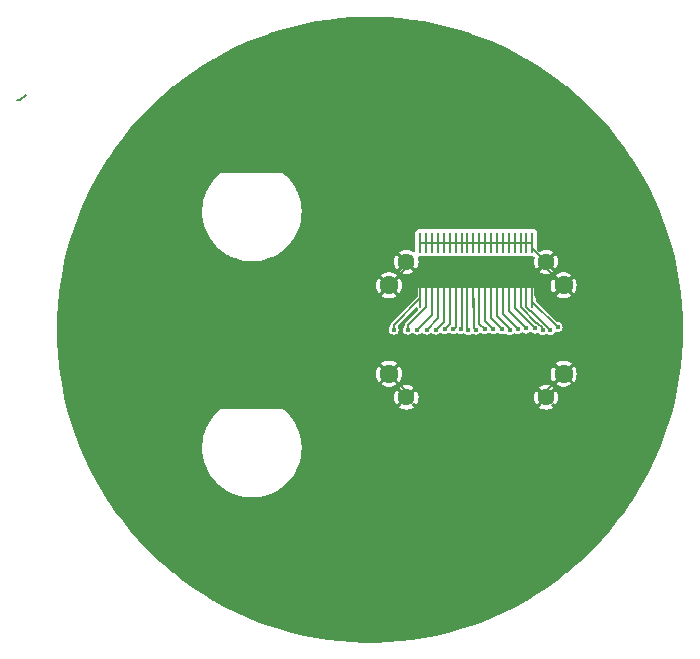
<source format=gbr>
%TF.GenerationSoftware,KiCad,Pcbnew,7.0.2*%
%TF.CreationDate,2023-11-07T11:53:16-07:00*%
%TF.ProjectId,Gateway06,47617465-7761-4793-9036-2e6b69636164,rev?*%
%TF.SameCoordinates,Original*%
%TF.FileFunction,Copper,L2,Bot*%
%TF.FilePolarity,Positive*%
%FSLAX46Y46*%
G04 Gerber Fmt 4.6, Leading zero omitted, Abs format (unit mm)*
G04 Created by KiCad (PCBNEW 7.0.2) date 2023-11-07 11:53:16*
%MOMM*%
%LPD*%
G01*
G04 APERTURE LIST*
%TA.AperFunction,ComponentPad*%
%ADD10C,1.600000*%
%TD*%
%TA.AperFunction,ComponentPad*%
%ADD11C,1.450000*%
%TD*%
%TA.AperFunction,SMDPad,CuDef*%
%ADD12R,0.250000X1.700000*%
%TD*%
%TA.AperFunction,ViaPad*%
%ADD13C,0.450000*%
%TD*%
%TA.AperFunction,Conductor*%
%ADD14C,0.127000*%
%TD*%
G04 APERTURE END LIST*
D10*
%TO.P,U2,0,GND*%
%TO.N,GND*%
X1605000Y-3740000D03*
D11*
X3080000Y-5740000D03*
X14920000Y-5740000D03*
D10*
X16395000Y-3740000D03*
%TD*%
%TO.P,U1,0,GND*%
%TO.N,GND*%
X1605000Y3740000D03*
D11*
X3080000Y5740000D03*
X14920000Y5740000D03*
D10*
X16395000Y3740000D03*
D12*
%TO.P,U1,1*%
X13750000Y7350000D03*
%TO.P,U1,2*%
%TO.N,Net-(U1-Pad2)*%
X13750000Y2650000D03*
%TO.P,U1,3*%
%TO.N,GND*%
X13250000Y7350000D03*
%TO.P,U1,4*%
%TO.N,Net-(U1-Pad4)*%
X13250000Y2650000D03*
%TO.P,U1,5*%
%TO.N,GND*%
X12750000Y7350000D03*
%TO.P,U1,6*%
%TO.N,Net-(U1-Pad6)*%
X12750000Y2650000D03*
%TO.P,U1,7*%
%TO.N,GND*%
X12250000Y7350000D03*
%TO.P,U1,8*%
%TO.N,Net-(U1-Pad8)*%
X12250000Y2650000D03*
%TO.P,U1,9*%
%TO.N,GND*%
X11750000Y7350000D03*
%TO.P,U1,10*%
%TO.N,Net-(U1-Pad10)*%
X11750000Y2650000D03*
%TO.P,U1,11*%
%TO.N,GND*%
X11250000Y7350000D03*
%TO.P,U1,12*%
%TO.N,Net-(U1-Pad12)*%
X11250000Y2650000D03*
%TO.P,U1,13*%
%TO.N,GND*%
X10750000Y7350000D03*
%TO.P,U1,14*%
%TO.N,Net-(U1-Pad14)*%
X10750000Y2650000D03*
%TO.P,U1,15*%
%TO.N,GND*%
X10250000Y7350000D03*
%TO.P,U1,16*%
%TO.N,Net-(U1-Pad16)*%
X10250000Y2650000D03*
%TO.P,U1,17*%
%TO.N,GND*%
X9750000Y7350000D03*
%TO.P,U1,18*%
%TO.N,Net-(U1-Pad18)*%
X9750000Y2650000D03*
%TO.P,U1,19*%
%TO.N,GND*%
X9250000Y7350000D03*
%TO.P,U1,20*%
%TO.N,Net-(U1-Pad20)*%
X9250000Y2650000D03*
%TO.P,U1,21*%
%TO.N,GND*%
X8750000Y7350000D03*
%TO.P,U1,22*%
%TO.N,Net-(U1-Pad22)*%
X8750000Y2650000D03*
%TO.P,U1,23*%
%TO.N,GND*%
X8250000Y7350000D03*
%TO.P,U1,24*%
%TO.N,Net-(U1-Pad24)*%
X8250000Y2650000D03*
%TO.P,U1,25*%
%TO.N,GND*%
X7750000Y7350000D03*
%TO.P,U1,26*%
%TO.N,Net-(U1-Pad26)*%
X7750000Y2650000D03*
%TO.P,U1,27*%
%TO.N,GND*%
X7250000Y7350000D03*
%TO.P,U1,28*%
%TO.N,Net-(U1-Pad28)*%
X7250000Y2650000D03*
%TO.P,U1,29*%
%TO.N,GND*%
X6750000Y7350000D03*
%TO.P,U1,30*%
%TO.N,Net-(U1-Pad30)*%
X6750000Y2650000D03*
%TO.P,U1,31*%
%TO.N,GND*%
X6250000Y7350000D03*
%TO.P,U1,32*%
%TO.N,Net-(U1-Pad32)*%
X6250000Y2650000D03*
%TO.P,U1,33*%
%TO.N,GND*%
X5750000Y7350000D03*
%TO.P,U1,34*%
%TO.N,Net-(U1-Pad34)*%
X5750000Y2650000D03*
%TO.P,U1,35*%
%TO.N,GND*%
X5250000Y7350000D03*
%TO.P,U1,36*%
%TO.N,Net-(U1-Pad36)*%
X5250000Y2650000D03*
%TO.P,U1,37*%
%TO.N,GND*%
X4750000Y7350000D03*
%TO.P,U1,38*%
%TO.N,Net-(U1-Pad38)*%
X4750000Y2650000D03*
%TO.P,U1,39*%
%TO.N,GND*%
X4250000Y7350000D03*
%TO.P,U1,40*%
%TO.N,Net-(U1-Pad40)*%
X4250000Y2650000D03*
%TD*%
D13*
%TO.N,Net-(U1-Pad22)*%
X8986753Y1787D03*
%TO.N,Net-(U1-Pad2)*%
X15879311Y211400D03*
%TO.N,Net-(U1-Pad4)*%
X15273984Y-24041D03*
%TO.N,Net-(U1-Pad6)*%
X14625000Y-50000D03*
%TO.N,Net-(U1-Pad8)*%
X13975000Y100000D03*
%TO.N,Net-(U1-Pad10)*%
X13225000Y100000D03*
%TO.N,Net-(U1-Pad12)*%
X12500000Y50000D03*
%TO.N,Net-(U1-Pad14)*%
X11822061Y-31266D03*
%TO.N,Net-(U1-Pad16)*%
X11175000Y25000D03*
%TO.N,Net-(U1-Pad18)*%
X10425000Y25000D03*
%TO.N,Net-(U1-Pad20)*%
X9700000Y25000D03*
%TO.N,Net-(U1-Pad24)*%
X8337300Y-6159D03*
%TO.N,Net-(U1-Pad26)*%
X7689675Y43184D03*
%TO.N,Net-(U1-Pad28)*%
X7034413Y47038D03*
%TO.N,Net-(U1-Pad30)*%
X6340726Y50588D03*
%TO.N,Net-(U1-Pad32)*%
X5600000Y0D03*
%TO.N,Net-(U1-Pad34)*%
X4800000Y0D03*
%TO.N,Net-(U1-Pad36)*%
X4000000Y0D03*
%TO.N,Net-(U1-Pad38)*%
X3200000Y0D03*
%TO.N,Net-(U1-Pad40)*%
X2000000Y0D03*
%TD*%
D14*
%TO.N,*%
X-29600000Y19425000D02*
X-29150000Y19875000D01*
X-29850000Y19425000D02*
X-29600000Y19425000D01*
%TO.N,GND*%
X14920000Y-5215000D02*
X14920000Y-5740000D01*
X16395000Y-3740000D02*
X14920000Y-5215000D01*
X3080000Y-5215000D02*
X3080000Y-5740000D01*
X1605000Y-3740000D02*
X3080000Y-5215000D01*
X3080000Y5215000D02*
X3080000Y5740000D01*
X1605000Y3740000D02*
X3080000Y5215000D01*
X14920000Y5215000D02*
X14920000Y5740000D01*
X16395000Y3740000D02*
X14920000Y5215000D01*
X13750000Y6910000D02*
X13750000Y7350000D01*
X14920000Y5740000D02*
X13750000Y6910000D01*
%TO.N,Net-(U1-Pad22)*%
X8825800Y162740D02*
X8986753Y1787D01*
X8825800Y163431D02*
X8825800Y162740D01*
%TO.N,GND*%
X13750000Y7350000D02*
X4250000Y7350000D01*
%TO.N,Net-(U1-Pad2)*%
X13750000Y2340711D02*
X15879311Y211400D01*
X13750000Y2650000D02*
X13750000Y2340711D01*
%TO.N,Net-(U1-Pad4)*%
X13250000Y1887448D02*
X13250000Y2650000D01*
X13531224Y1606224D02*
X13250000Y1887448D01*
X13659620Y1606224D02*
X13531224Y1606224D01*
X15273984Y-8140D02*
X13659620Y1606224D01*
X15273984Y-24041D02*
X15273984Y-8140D01*
%TO.N,Net-(U1-Pad6)*%
X14625000Y140844D02*
X14625000Y-50000D01*
X14177344Y588500D02*
X14625000Y140844D01*
X14086500Y588500D02*
X14177344Y588500D01*
X12750000Y1925000D02*
X14086500Y588500D01*
X12750000Y2650000D02*
X12750000Y1925000D01*
%TO.N,Net-(U1-Pad8)*%
X12250000Y1825000D02*
X12250000Y2650000D01*
X13975000Y100000D02*
X12250000Y1825000D01*
%TO.N,Net-(U1-Pad10)*%
X11750000Y1575000D02*
X13225000Y100000D01*
X11750000Y2650000D02*
X11750000Y1575000D01*
%TO.N,Net-(U1-Pad12)*%
X11250000Y1300000D02*
X12500000Y50000D01*
X11250000Y2650000D02*
X11250000Y1300000D01*
%TO.N,Net-(U1-Pad14)*%
X11822061Y68783D02*
X10750000Y1140844D01*
X11822061Y-31266D02*
X11822061Y68783D01*
X10750000Y1140844D02*
X10750000Y2650000D01*
%TO.N,Net-(U1-Pad16)*%
X10250000Y950000D02*
X11175000Y25000D01*
X10250000Y2650000D02*
X10250000Y950000D01*
%TO.N,Net-(U1-Pad18)*%
X9750000Y700000D02*
X9750000Y2650000D01*
X10425000Y25000D02*
X9750000Y700000D01*
%TO.N,Net-(U1-Pad20)*%
X9250000Y475000D02*
X9700000Y25000D01*
X9250000Y2650000D02*
X9250000Y475000D01*
%TO.N,Net-(U1-Pad22)*%
X8825800Y2574200D02*
X8825800Y163431D01*
X8750000Y2650000D02*
X8825800Y2574200D01*
%TO.N,Net-(U1-Pad24)*%
X8337300Y-6159D02*
X8250000Y81141D01*
X8250000Y81141D02*
X8250000Y2650000D01*
%TO.N,Net-(U1-Pad26)*%
X7750000Y103509D02*
X7689675Y43184D01*
X7750000Y2650000D02*
X7750000Y103509D01*
%TO.N,Net-(U1-Pad28)*%
X7250000Y262625D02*
X7250000Y2650000D01*
X7034413Y47038D02*
X7250000Y262625D01*
%TO.N,Net-(U1-Pad30)*%
X6750000Y459862D02*
X6340726Y50588D01*
X6750000Y2650000D02*
X6750000Y459862D01*
%TO.N,Net-(U1-Pad32)*%
X6250000Y650000D02*
X6250000Y2650000D01*
X5600000Y0D02*
X6250000Y650000D01*
%TO.N,Net-(U1-Pad34)*%
X5750000Y950000D02*
X4800000Y0D01*
X5750000Y2650000D02*
X5750000Y950000D01*
%TO.N,Net-(U1-Pad36)*%
X4000000Y0D02*
X5250000Y1250000D01*
X5250000Y1250000D02*
X5250000Y2650000D01*
%TO.N,Net-(U1-Pad38)*%
X3200000Y398000D02*
X3200000Y0D01*
X4750000Y1948000D02*
X3200000Y398000D01*
X4750000Y2650000D02*
X4750000Y1948000D01*
%TO.N,Net-(U1-Pad40)*%
X2000000Y400000D02*
X4250000Y2650000D01*
X2000000Y0D02*
X2000000Y400000D01*
%TD*%
%TA.AperFunction,Conductor*%
%TO.N,GND*%
G36*
X516309Y26494422D02*
G01*
X1538364Y26454761D01*
X1543242Y26454477D01*
X2563000Y26375215D01*
X2567864Y26374742D01*
X3583779Y26255999D01*
X3588620Y26255338D01*
X4599183Y26097289D01*
X4603996Y26096440D01*
X5607635Y25899332D01*
X5612411Y25898298D01*
X6607690Y25662412D01*
X6612422Y25661193D01*
X7597802Y25386894D01*
X7602483Y25385492D01*
X8576457Y25073200D01*
X8581080Y25071618D01*
X9542237Y24721786D01*
X9546796Y24720026D01*
X10493642Y24333196D01*
X10498129Y24331261D01*
X11429285Y23907999D01*
X11433694Y23905891D01*
X12347754Y23446832D01*
X12352077Y23444554D01*
X13247603Y22950424D01*
X13251835Y22947981D01*
X14127566Y22419474D01*
X14131700Y22416868D01*
X14986239Y21854829D01*
X14990269Y21852066D01*
X15822426Y21257277D01*
X15826346Y21254358D01*
X16634769Y20627782D01*
X16638572Y20624715D01*
X17422126Y19967236D01*
X17425808Y19964023D01*
X17637424Y19771992D01*
X18183264Y19276667D01*
X18186804Y19273327D01*
X18917035Y18557121D01*
X18920457Y18553632D01*
X19622358Y17809661D01*
X19625642Y17806043D01*
X20298195Y17035382D01*
X20301336Y17031638D01*
X20943467Y16235521D01*
X20946461Y16231659D01*
X21557274Y15411194D01*
X21560115Y15407219D01*
X22138624Y14563733D01*
X22141309Y14559650D01*
X22686692Y13694341D01*
X22689217Y13690157D01*
X23200627Y12804367D01*
X23202988Y12800089D01*
X23679681Y11895112D01*
X23681874Y11890745D01*
X24123111Y10967975D01*
X24125133Y10963526D01*
X24530256Y10024345D01*
X24532104Y10019822D01*
X24900499Y9065658D01*
X24902171Y9061065D01*
X25233301Y8093299D01*
X25234793Y8088646D01*
X25528148Y7108774D01*
X25529458Y7104067D01*
X25784593Y6113572D01*
X25785720Y6108817D01*
X26002256Y5109174D01*
X26003198Y5104379D01*
X26180813Y4097075D01*
X26181568Y4092247D01*
X26319990Y3078816D01*
X26320557Y3073962D01*
X26419576Y2055950D01*
X26419955Y2051078D01*
X26479429Y1029955D01*
X26479618Y1025072D01*
X26499452Y2443D01*
X26499452Y-2443D01*
X26479618Y-1025072D01*
X26479429Y-1029955D01*
X26419955Y-2051078D01*
X26419576Y-2055950D01*
X26320557Y-3073962D01*
X26319990Y-3078816D01*
X26181568Y-4092247D01*
X26180813Y-4097075D01*
X26003198Y-5104379D01*
X26002256Y-5109174D01*
X25785720Y-6108817D01*
X25784593Y-6113572D01*
X25529458Y-7104067D01*
X25528148Y-7108774D01*
X25234793Y-8088646D01*
X25233301Y-8093299D01*
X24902171Y-9061065D01*
X24900499Y-9065658D01*
X24532104Y-10019822D01*
X24530256Y-10024345D01*
X24125133Y-10963526D01*
X24123111Y-10967975D01*
X23681874Y-11890745D01*
X23679681Y-11895112D01*
X23202988Y-12800089D01*
X23200627Y-12804367D01*
X22689217Y-13690157D01*
X22686692Y-13694341D01*
X22141309Y-14559650D01*
X22138624Y-14563733D01*
X21560115Y-15407219D01*
X21557274Y-15411194D01*
X20946461Y-16231659D01*
X20943467Y-16235521D01*
X20301336Y-17031638D01*
X20298195Y-17035382D01*
X19625642Y-17806043D01*
X19622358Y-17809661D01*
X18920457Y-18553632D01*
X18917035Y-18557121D01*
X18186804Y-19273327D01*
X18183264Y-19276667D01*
X17774690Y-19647429D01*
X17425808Y-19964023D01*
X17422126Y-19967236D01*
X16638572Y-20624715D01*
X16634769Y-20627782D01*
X15826346Y-21254358D01*
X15822426Y-21257277D01*
X14990269Y-21852066D01*
X14986239Y-21854829D01*
X14131700Y-22416868D01*
X14127566Y-22419474D01*
X13251835Y-22947981D01*
X13247603Y-22950424D01*
X12352077Y-23444554D01*
X12347754Y-23446832D01*
X11433694Y-23905891D01*
X11429285Y-23907999D01*
X10498129Y-24331261D01*
X10493642Y-24333196D01*
X9546796Y-24720026D01*
X9542237Y-24721786D01*
X8581080Y-25071618D01*
X8576457Y-25073200D01*
X7602483Y-25385492D01*
X7597802Y-25386894D01*
X6612422Y-25661193D01*
X6607690Y-25662412D01*
X5612411Y-25898298D01*
X5607635Y-25899332D01*
X4603996Y-26096440D01*
X4599183Y-26097289D01*
X3588620Y-26255338D01*
X3583779Y-26255999D01*
X2567864Y-26374742D01*
X2563000Y-26375215D01*
X1543242Y-26454477D01*
X1538364Y-26454761D01*
X516309Y-26494422D01*
X511423Y-26494517D01*
X-511423Y-26494517D01*
X-516309Y-26494422D01*
X-1538364Y-26454761D01*
X-1543242Y-26454477D01*
X-2563000Y-26375215D01*
X-2567864Y-26374742D01*
X-3583779Y-26255999D01*
X-3588620Y-26255338D01*
X-4599183Y-26097289D01*
X-4603996Y-26096440D01*
X-5607635Y-25899332D01*
X-5612411Y-25898298D01*
X-6607690Y-25662412D01*
X-6612422Y-25661193D01*
X-7597802Y-25386894D01*
X-7602483Y-25385492D01*
X-8576457Y-25073200D01*
X-8581080Y-25071618D01*
X-9542237Y-24721786D01*
X-9546796Y-24720026D01*
X-10493642Y-24333196D01*
X-10498129Y-24331261D01*
X-11429285Y-23907999D01*
X-11433694Y-23905891D01*
X-12347754Y-23446832D01*
X-12352077Y-23444554D01*
X-13247603Y-22950424D01*
X-13251835Y-22947981D01*
X-14127566Y-22419474D01*
X-14131700Y-22416868D01*
X-14986239Y-21854829D01*
X-14990269Y-21852066D01*
X-15822426Y-21257277D01*
X-15826346Y-21254358D01*
X-16634769Y-20627782D01*
X-16638572Y-20624715D01*
X-17422126Y-19967236D01*
X-17425808Y-19964023D01*
X-17774690Y-19647429D01*
X-18183264Y-19276667D01*
X-18186804Y-19273327D01*
X-18917035Y-18557121D01*
X-18920457Y-18553632D01*
X-19622358Y-17809661D01*
X-19625642Y-17806043D01*
X-20298195Y-17035382D01*
X-20301336Y-17031638D01*
X-20943467Y-16235521D01*
X-20946461Y-16231659D01*
X-21557274Y-15411194D01*
X-21560115Y-15407219D01*
X-22138624Y-14563733D01*
X-22141309Y-14559650D01*
X-22686692Y-13694341D01*
X-22689217Y-13690157D01*
X-23200627Y-12804367D01*
X-23202988Y-12800089D01*
X-23679681Y-11895112D01*
X-23681874Y-11890745D01*
X-24123111Y-10967975D01*
X-24125133Y-10963526D01*
X-24530256Y-10024345D01*
X-24532104Y-10019822D01*
X-24538822Y-10002423D01*
X-14206453Y-10002423D01*
X-14191148Y-10319983D01*
X-14191023Y-10323744D01*
X-14190402Y-10357679D01*
X-14189103Y-10362427D01*
X-14187190Y-10402115D01*
X-14139476Y-10732742D01*
X-14139471Y-10732773D01*
X-14139016Y-10736272D01*
X-14136303Y-10759684D01*
X-14135148Y-10762729D01*
X-14130034Y-10798167D01*
X-14046842Y-11140357D01*
X-14046126Y-11143485D01*
X-14043721Y-11154639D01*
X-14043029Y-11156043D01*
X-14035504Y-11186997D01*
X-13904454Y-11565085D01*
X-13738071Y-11929010D01*
X-13537860Y-12275478D01*
X-13305634Y-12601354D01*
X-13043492Y-12903689D01*
X-12753809Y-13179747D01*
X-12439205Y-13427030D01*
X-12102527Y-13643300D01*
X-11746823Y-13826600D01*
X-11375311Y-13975271D01*
X-10991352Y-14087967D01*
X-10598423Y-14163670D01*
X-10200078Y-14201693D01*
X-9802910Y-14201693D01*
X-9799922Y-14201693D01*
X-9401577Y-14163670D01*
X-9008648Y-14087967D01*
X-8624689Y-13975271D01*
X-8253177Y-13826600D01*
X-7897473Y-13643300D01*
X-7727820Y-13534321D01*
X-7563321Y-13428653D01*
X-7563315Y-13428649D01*
X-7560795Y-13427030D01*
X-7246191Y-13179747D01*
X-7244031Y-13177689D01*
X-6958666Y-12905746D01*
X-6958660Y-12905740D01*
X-6956508Y-12903689D01*
X-6694366Y-12601354D01*
X-6462140Y-12275478D01*
X-6261929Y-11929010D01*
X-6260687Y-11926295D01*
X-6260681Y-11926282D01*
X-6096789Y-11567804D01*
X-6096788Y-11567802D01*
X-6095546Y-11565085D01*
X-6086400Y-11538700D01*
X-6086397Y-11538695D01*
X-6086354Y-11538566D01*
X-5965477Y-11189827D01*
X-5964496Y-11186997D01*
X-5963790Y-11184094D01*
X-5963787Y-11184083D01*
X-5956969Y-11156040D01*
X-5956348Y-11154966D01*
X-5953867Y-11143457D01*
X-5953131Y-11140249D01*
X-5870670Y-10801066D01*
X-5870666Y-10801050D01*
X-5869966Y-10798167D01*
X-5864851Y-10762726D01*
X-5863775Y-10760373D01*
X-5860979Y-10736239D01*
X-5860524Y-10732742D01*
X-5813238Y-10405086D01*
X-5813236Y-10405070D01*
X-5812810Y-10402115D01*
X-5812666Y-10399129D01*
X-5812665Y-10399118D01*
X-5810897Y-10362427D01*
X-5809616Y-10358733D01*
X-5808975Y-10323711D01*
X-5808850Y-10319952D01*
X-5793691Y-10005416D01*
X-5793690Y-10005410D01*
X-5793547Y-10002423D01*
X-5793687Y-9999446D01*
X-5793687Y-9999427D01*
X-5795599Y-9958786D01*
X-5794365Y-9953715D01*
X-5797856Y-9909469D01*
X-5798107Y-9905481D01*
X-5812209Y-9605703D01*
X-5812209Y-9605699D01*
X-5812350Y-9602709D01*
X-5812775Y-9599737D01*
X-5819099Y-9555553D01*
X-5818167Y-9549107D01*
X-5827353Y-9497384D01*
X-5828023Y-9493208D01*
X-5868625Y-9209554D01*
X-5869049Y-9206591D01*
X-5869748Y-9203698D01*
X-5869753Y-9203676D01*
X-5881178Y-9156449D01*
X-5880802Y-9148667D01*
X-5896882Y-9091189D01*
X-5898009Y-9086868D01*
X-5962429Y-8820552D01*
X-5962433Y-8820537D01*
X-5963131Y-8817653D01*
X-5964106Y-8814829D01*
X-5981258Y-8765159D01*
X-5981682Y-8756119D01*
X-6005535Y-8694586D01*
X-6007152Y-8690173D01*
X-6092766Y-8442247D01*
X-6092771Y-8442234D01*
X-6093745Y-8439414D01*
X-6094985Y-8436693D01*
X-6094994Y-8436671D01*
X-6118425Y-8385265D01*
X-6119882Y-8375072D01*
X-6152112Y-8311126D01*
X-6154247Y-8306675D01*
X-6258460Y-8078037D01*
X-6258464Y-8078027D01*
X-6259709Y-8075298D01*
X-6261210Y-8072693D01*
X-6261215Y-8072683D01*
X-6291402Y-8020304D01*
X-6294111Y-8009096D01*
X-6335042Y-7944370D01*
X-6337715Y-7939944D01*
X-6458013Y-7731212D01*
X-6458029Y-7731186D01*
X-6459520Y-7728600D01*
X-6461249Y-7726167D01*
X-6461256Y-7726157D01*
X-6498597Y-7673630D01*
X-6502757Y-7661577D01*
X-6552501Y-7597603D01*
X-6555727Y-7593265D01*
X-6689637Y-7404895D01*
X-6689649Y-7404879D01*
X-6691372Y-7402456D01*
X-6738068Y-7348474D01*
X-6738080Y-7348460D01*
X-6743864Y-7335765D01*
X-6802294Y-7274034D01*
X-6806069Y-7269864D01*
X-6953164Y-7099819D01*
X-6955336Y-7097744D01*
X-7240354Y-6825505D01*
X-7240359Y-6825500D01*
X-7242529Y-6823428D01*
X-7244870Y-6821583D01*
X-7244888Y-6821568D01*
X-7393716Y-6704313D01*
X-7399788Y-6698937D01*
X-7409260Y-6699500D01*
X-12590777Y-6699500D01*
X-12600267Y-6698940D01*
X-12606509Y-6704491D01*
X-12755111Y-6821568D01*
X-12755119Y-6821575D01*
X-12757471Y-6823428D01*
X-13046836Y-7099819D01*
X-13048795Y-7102084D01*
X-13048801Y-7102090D01*
X-13169273Y-7241359D01*
X-13193921Y-7269853D01*
X-13193931Y-7269864D01*
X-13197716Y-7274047D01*
X-13253519Y-7333003D01*
X-13261932Y-7348474D01*
X-13308628Y-7402456D01*
X-13424967Y-7566109D01*
X-13444278Y-7593274D01*
X-13447505Y-7597613D01*
X-13495099Y-7658822D01*
X-13501407Y-7673637D01*
X-13540480Y-7728600D01*
X-13541985Y-7731212D01*
X-13662286Y-7939950D01*
X-13664961Y-7944378D01*
X-13704202Y-8006431D01*
X-13708600Y-8020310D01*
X-13740291Y-8075298D01*
X-13845761Y-8306694D01*
X-13847896Y-8311146D01*
X-13878849Y-8372560D01*
X-13881575Y-8385268D01*
X-13906255Y-8439414D01*
X-13907233Y-8442247D01*
X-13907235Y-8442253D01*
X-13992858Y-8690204D01*
X-13994475Y-8694619D01*
X-14017424Y-8753820D01*
X-14018742Y-8765159D01*
X-14036869Y-8817653D01*
X-14102005Y-9086928D01*
X-14103122Y-9091213D01*
X-14118626Y-9146631D01*
X-14118821Y-9156449D01*
X-14130951Y-9206591D01*
X-14171984Y-9493263D01*
X-14172648Y-9497404D01*
X-14181521Y-9547366D01*
X-14180901Y-9555558D01*
X-14187650Y-9602709D01*
X-14201894Y-9905516D01*
X-14202145Y-9909507D01*
X-14205521Y-9952303D01*
X-14204400Y-9958788D01*
X-14206453Y-10002423D01*
X-24538822Y-10002423D01*
X-24900499Y-9065658D01*
X-24902171Y-9061065D01*
X-25233301Y-8093299D01*
X-25234793Y-8088646D01*
X-25528148Y-7108774D01*
X-25529458Y-7104067D01*
X-25784593Y-6113572D01*
X-25785720Y-6108817D01*
X-25865611Y-5740000D01*
X2050039Y-5740000D01*
X2069829Y-5940935D01*
X2128440Y-6134147D01*
X2223619Y-6312214D01*
X2256088Y-6351777D01*
X2471346Y-6136519D01*
X2549064Y-6240912D01*
X2678894Y-6349853D01*
X2681146Y-6350984D01*
X2468220Y-6563910D01*
X2507785Y-6596380D01*
X2685852Y-6691559D01*
X2879064Y-6750170D01*
X3080000Y-6769960D01*
X3280935Y-6750170D01*
X3474145Y-6691560D01*
X3652217Y-6596377D01*
X3691777Y-6563910D01*
X3691778Y-6563909D01*
X3475501Y-6347632D01*
X3549194Y-6299163D01*
X3665499Y-6175888D01*
X3688383Y-6136250D01*
X3903910Y-6351777D01*
X3936377Y-6312217D01*
X4031560Y-6134145D01*
X4090170Y-5940935D01*
X4109960Y-5740000D01*
X4109960Y-5739999D01*
X13890039Y-5739999D01*
X13909829Y-5940935D01*
X13968440Y-6134147D01*
X14063619Y-6312214D01*
X14096089Y-6351778D01*
X14311346Y-6136520D01*
X14389064Y-6240912D01*
X14518894Y-6349853D01*
X14521146Y-6350984D01*
X14308220Y-6563910D01*
X14347785Y-6596380D01*
X14525852Y-6691559D01*
X14719064Y-6750170D01*
X14920000Y-6769960D01*
X15120935Y-6750170D01*
X15314145Y-6691560D01*
X15492217Y-6596377D01*
X15531777Y-6563910D01*
X15531778Y-6563909D01*
X15315501Y-6347632D01*
X15389194Y-6299163D01*
X15505499Y-6175888D01*
X15528382Y-6136251D01*
X15743909Y-6351778D01*
X15743910Y-6351777D01*
X15776377Y-6312217D01*
X15871560Y-6134145D01*
X15930170Y-5940935D01*
X15949960Y-5739999D01*
X15930170Y-5539064D01*
X15871559Y-5345852D01*
X15776380Y-5167785D01*
X15743909Y-5128220D01*
X15528651Y-5343477D01*
X15450936Y-5239088D01*
X15321106Y-5130147D01*
X15318851Y-5129014D01*
X15531778Y-4916088D01*
X15492214Y-4883619D01*
X15314147Y-4788440D01*
X15120935Y-4729829D01*
X14920000Y-4710039D01*
X14719064Y-4729829D01*
X14525854Y-4788439D01*
X14347781Y-4883622D01*
X14308220Y-4916088D01*
X14308220Y-4916089D01*
X14524498Y-5132367D01*
X14450806Y-5180837D01*
X14334501Y-5304112D01*
X14311616Y-5343748D01*
X14096088Y-5128220D01*
X14063622Y-5167781D01*
X13968439Y-5345854D01*
X13909829Y-5539064D01*
X13890039Y-5739999D01*
X4109960Y-5739999D01*
X4090170Y-5539064D01*
X4031559Y-5345852D01*
X3936380Y-5167785D01*
X3903910Y-5128221D01*
X3688652Y-5343478D01*
X3610936Y-5239088D01*
X3481106Y-5130147D01*
X3478851Y-5129014D01*
X3691778Y-4916088D01*
X3652214Y-4883619D01*
X3474147Y-4788440D01*
X3280935Y-4729829D01*
X3080000Y-4710039D01*
X2879064Y-4729829D01*
X2685854Y-4788439D01*
X2507781Y-4883622D01*
X2468220Y-4916088D01*
X2468220Y-4916089D01*
X2684498Y-5132367D01*
X2610806Y-5180837D01*
X2494501Y-5304112D01*
X2471617Y-5343748D01*
X2256089Y-5128220D01*
X2256088Y-5128220D01*
X2223622Y-5167781D01*
X2128439Y-5345854D01*
X2069829Y-5539064D01*
X2050039Y-5740000D01*
X-25865611Y-5740000D01*
X-26002256Y-5109174D01*
X-26003198Y-5104379D01*
X-26180813Y-4097075D01*
X-26181568Y-4092247D01*
X-26229681Y-3740000D01*
X500286Y-3740000D01*
X519096Y-3942988D01*
X574884Y-4139064D01*
X665755Y-4321556D01*
X728379Y-4404486D01*
X728381Y-4404486D01*
X1160184Y-3972682D01*
X1223239Y-4070798D01*
X1331900Y-4164952D01*
X1373281Y-4183850D01*
X937321Y-4619809D01*
X937321Y-4619811D01*
X939261Y-4621580D01*
X1112584Y-4728898D01*
X1302680Y-4802540D01*
X1503072Y-4840000D01*
X1706928Y-4840000D01*
X1907319Y-4802540D01*
X2097414Y-4728898D01*
X2270735Y-4621581D01*
X2272678Y-4619809D01*
X1836719Y-4183850D01*
X1878100Y-4164952D01*
X1986761Y-4070798D01*
X2049814Y-3972683D01*
X2481617Y-4404486D01*
X2481619Y-4404486D01*
X2544244Y-4321558D01*
X2635115Y-4139064D01*
X2690903Y-3942988D01*
X2709713Y-3740000D01*
X15290286Y-3740000D01*
X15309096Y-3942988D01*
X15364884Y-4139064D01*
X15455755Y-4321556D01*
X15518380Y-4404486D01*
X15950184Y-3972682D01*
X16013239Y-4070798D01*
X16121900Y-4164952D01*
X16163281Y-4183850D01*
X15727321Y-4619809D01*
X15727321Y-4619811D01*
X15729261Y-4621580D01*
X15902584Y-4728898D01*
X16092680Y-4802540D01*
X16293072Y-4840000D01*
X16496928Y-4840000D01*
X16697319Y-4802540D01*
X16887414Y-4728898D01*
X17060735Y-4621581D01*
X17062678Y-4619809D01*
X16626719Y-4183850D01*
X16668100Y-4164952D01*
X16776761Y-4070798D01*
X16839814Y-3972683D01*
X17271617Y-4404486D01*
X17271619Y-4404486D01*
X17334244Y-4321558D01*
X17425115Y-4139064D01*
X17480903Y-3942988D01*
X17499713Y-3740000D01*
X17480903Y-3537011D01*
X17425115Y-3340935D01*
X17334244Y-3158443D01*
X17271618Y-3075512D01*
X16839814Y-3507315D01*
X16776761Y-3409202D01*
X16668100Y-3315048D01*
X16626717Y-3296149D01*
X17062677Y-2860189D01*
X17062677Y-2860188D01*
X17060736Y-2858418D01*
X16887414Y-2751101D01*
X16697319Y-2677459D01*
X16496928Y-2640000D01*
X16293072Y-2640000D01*
X16092680Y-2677459D01*
X15902585Y-2751101D01*
X15729263Y-2858419D01*
X15727320Y-2860189D01*
X16163280Y-3296149D01*
X16121900Y-3315048D01*
X16013239Y-3409202D01*
X15950185Y-3507316D01*
X15518381Y-3075512D01*
X15518379Y-3075512D01*
X15455754Y-3158442D01*
X15364884Y-3340935D01*
X15309096Y-3537011D01*
X15290286Y-3740000D01*
X2709713Y-3740000D01*
X2690903Y-3537011D01*
X2635115Y-3340935D01*
X2544244Y-3158443D01*
X2481618Y-3075512D01*
X2049814Y-3507315D01*
X1986761Y-3409202D01*
X1878100Y-3315048D01*
X1836718Y-3296149D01*
X2272677Y-2860190D01*
X2272677Y-2860188D01*
X2270736Y-2858418D01*
X2097414Y-2751101D01*
X1907319Y-2677459D01*
X1706928Y-2640000D01*
X1503072Y-2640000D01*
X1302680Y-2677459D01*
X1112585Y-2751101D01*
X939263Y-2858419D01*
X937321Y-2860189D01*
X1373281Y-3296149D01*
X1331900Y-3315048D01*
X1223239Y-3409202D01*
X1160184Y-3507316D01*
X728380Y-3075512D01*
X728379Y-3075512D01*
X665754Y-3158442D01*
X574884Y-3340935D01*
X519096Y-3537011D01*
X500286Y-3740000D01*
X-26229681Y-3740000D01*
X-26319990Y-3078816D01*
X-26320557Y-3073962D01*
X-26419576Y-2055950D01*
X-26419955Y-2051078D01*
X-26479429Y-1029955D01*
X-26479618Y-1025072D01*
X-26499452Y-2443D01*
X-26499452Y0D01*
X1569195Y0D01*
X1585235Y-101265D01*
X1590281Y-133126D01*
X1624762Y-200798D01*
X1651473Y-253222D01*
X1746777Y-348526D01*
X1746779Y-348527D01*
X1746780Y-348528D01*
X1866874Y-409719D01*
X2000000Y-430804D01*
X2133126Y-409719D01*
X2253220Y-348528D01*
X2348528Y-253220D01*
X2409719Y-133126D01*
X2430804Y0D01*
X2409719Y133126D01*
X2348922Y252445D01*
X2335819Y322221D01*
X2362519Y388006D01*
X2372095Y398742D01*
X3859405Y1886052D01*
X3921717Y1920078D01*
X3992532Y1915013D01*
X4049368Y1872466D01*
X4074179Y1805946D01*
X4074500Y1796966D01*
X4074500Y1795032D01*
X4081841Y1758106D01*
X4093873Y1719686D01*
X4075091Y1651219D01*
X4056988Y1628340D01*
X3040485Y611837D01*
X3021394Y596169D01*
X3009667Y588333D01*
X2994938Y566290D01*
X2951317Y501008D01*
X2931201Y399872D01*
X2925939Y373419D01*
X2925326Y373540D01*
X2922211Y338760D01*
X2894059Y295808D01*
X2851473Y253222D01*
X2851472Y253220D01*
X2790281Y133126D01*
X2790281Y133125D01*
X2769195Y0D01*
X2785235Y-101265D01*
X2790281Y-133126D01*
X2824762Y-200798D01*
X2851473Y-253222D01*
X2946777Y-348526D01*
X2946779Y-348527D01*
X2946780Y-348528D01*
X3066874Y-409719D01*
X3200000Y-430804D01*
X3333126Y-409719D01*
X3453220Y-348528D01*
X3510906Y-290841D01*
X3573216Y-256818D01*
X3644032Y-261882D01*
X3689093Y-290841D01*
X3746780Y-348528D01*
X3866874Y-409719D01*
X4000000Y-430804D01*
X4133126Y-409719D01*
X4253220Y-348528D01*
X4280921Y-320827D01*
X4310905Y-290844D01*
X4373217Y-256818D01*
X4444032Y-261883D01*
X4489095Y-290844D01*
X4546777Y-348526D01*
X4546779Y-348527D01*
X4546780Y-348528D01*
X4666874Y-409719D01*
X4800000Y-430804D01*
X4933126Y-409719D01*
X5053220Y-348528D01*
X5080921Y-320827D01*
X5110905Y-290844D01*
X5173217Y-256818D01*
X5244032Y-261883D01*
X5289095Y-290844D01*
X5346777Y-348526D01*
X5346779Y-348527D01*
X5346780Y-348528D01*
X5466874Y-409719D01*
X5600000Y-430804D01*
X5733126Y-409719D01*
X5853220Y-348528D01*
X5878238Y-323510D01*
X5906562Y-295187D01*
X5968874Y-261161D01*
X6039689Y-266226D01*
X6084752Y-295187D01*
X6087503Y-297938D01*
X6087505Y-297939D01*
X6087506Y-297940D01*
X6207600Y-359131D01*
X6340726Y-380216D01*
X6473852Y-359131D01*
X6593946Y-297940D01*
X6596698Y-295187D01*
X6659007Y-261162D01*
X6729823Y-266225D01*
X6774889Y-295187D01*
X6781190Y-301488D01*
X6781192Y-301489D01*
X6781193Y-301490D01*
X6901287Y-362681D01*
X7034413Y-383766D01*
X7167539Y-362681D01*
X7287633Y-301490D01*
X7287635Y-301487D01*
X7302101Y-294117D01*
X7371877Y-281013D01*
X7417102Y-299368D01*
X7418674Y-296284D01*
X7436454Y-305343D01*
X7436455Y-305344D01*
X7556549Y-366535D01*
X7689675Y-387620D01*
X7822801Y-366535D01*
X7922172Y-315902D01*
X7991946Y-302799D01*
X8057731Y-329499D01*
X8068460Y-339067D01*
X8084080Y-354687D01*
X8204174Y-415878D01*
X8337300Y-436963D01*
X8470426Y-415878D01*
X8519111Y-391071D01*
X8608303Y-345627D01*
X8610069Y-349093D01*
X8641595Y-331866D01*
X8712412Y-336906D01*
X8725623Y-342710D01*
X8733531Y-346739D01*
X8733533Y-346741D01*
X8853627Y-407932D01*
X8986753Y-429017D01*
X9119879Y-407932D01*
X9239973Y-346741D01*
X9250099Y-336615D01*
X9265888Y-320827D01*
X9328200Y-286801D01*
X9399015Y-291866D01*
X9444078Y-320827D01*
X9446777Y-323526D01*
X9446779Y-323527D01*
X9446780Y-323528D01*
X9566874Y-384719D01*
X9700000Y-405804D01*
X9833126Y-384719D01*
X9953220Y-323528D01*
X9973405Y-303342D01*
X10035715Y-269318D01*
X10106531Y-274382D01*
X10151594Y-303342D01*
X10171780Y-323528D01*
X10291874Y-384719D01*
X10425000Y-405804D01*
X10558126Y-384719D01*
X10678220Y-323528D01*
X10710906Y-290841D01*
X10773215Y-256818D01*
X10844031Y-261882D01*
X10889093Y-290841D01*
X10921780Y-323528D01*
X11041874Y-384719D01*
X11175000Y-405804D01*
X11308126Y-384719D01*
X11402536Y-336614D01*
X11472310Y-323510D01*
X11538095Y-350209D01*
X11548832Y-359786D01*
X11568838Y-379792D01*
X11568840Y-379793D01*
X11568841Y-379794D01*
X11688935Y-440985D01*
X11822061Y-462070D01*
X11955187Y-440985D01*
X12075281Y-379794D01*
X12122274Y-332800D01*
X12184584Y-298777D01*
X12255400Y-303841D01*
X12268555Y-309623D01*
X12366874Y-359719D01*
X12500000Y-380804D01*
X12633126Y-359719D01*
X12753220Y-298528D01*
X12798406Y-253341D01*
X12860716Y-219318D01*
X12931531Y-224382D01*
X12958852Y-241940D01*
X12971778Y-248526D01*
X12971780Y-248528D01*
X13091874Y-309719D01*
X13225000Y-330804D01*
X13358126Y-309719D01*
X13478220Y-248528D01*
X13491725Y-235023D01*
X13510905Y-215844D01*
X13573217Y-181818D01*
X13644032Y-186883D01*
X13689095Y-215844D01*
X13721777Y-248526D01*
X13721779Y-248527D01*
X13721780Y-248528D01*
X13841874Y-309719D01*
X13975000Y-330804D01*
X14108126Y-309719D01*
X14142389Y-292261D01*
X14212161Y-279157D01*
X14277946Y-305856D01*
X14288684Y-315433D01*
X14371777Y-398526D01*
X14371779Y-398527D01*
X14371780Y-398528D01*
X14491874Y-459719D01*
X14625000Y-480804D01*
X14758126Y-459719D01*
X14878220Y-398528D01*
X14878795Y-397952D01*
X14941107Y-363924D01*
X15011922Y-368987D01*
X15025096Y-374777D01*
X15140856Y-433759D01*
X15140858Y-433760D01*
X15273984Y-454845D01*
X15407110Y-433760D01*
X15527204Y-372569D01*
X15622512Y-277261D01*
X15627404Y-267658D01*
X15676149Y-216042D01*
X15745063Y-198973D01*
X15759376Y-200408D01*
X15879311Y-219404D01*
X16012437Y-198319D01*
X16132531Y-137128D01*
X16227839Y-41820D01*
X16289030Y78274D01*
X16310115Y211400D01*
X16289030Y344526D01*
X16227839Y464620D01*
X16132531Y559928D01*
X16012437Y621119D01*
X15879311Y642204D01*
X15879310Y642203D01*
X15859599Y645326D01*
X15860126Y648655D01*
X15822724Y653485D01*
X15784319Y679742D01*
X14050901Y2413161D01*
X14016878Y2475469D01*
X14014000Y2502243D01*
X14014000Y2676002D01*
X13998683Y2753008D01*
X13946733Y2830754D01*
X13925519Y2898505D01*
X13925499Y2900755D01*
X13925499Y3504971D01*
X13922570Y3519702D01*
X13922570Y3519704D01*
X13911408Y3536408D01*
X13894704Y3547570D01*
X13879973Y3550500D01*
X13620028Y3550499D01*
X13605296Y3547570D01*
X13588592Y3536408D01*
X13570004Y3523987D01*
X13502252Y3502770D01*
X13433784Y3521551D01*
X13429993Y3523988D01*
X13411409Y3536406D01*
X13411408Y3536408D01*
X13394704Y3547570D01*
X13379973Y3550500D01*
X13120028Y3550499D01*
X13105296Y3547570D01*
X13088592Y3536408D01*
X13070004Y3523987D01*
X13002252Y3502770D01*
X12933784Y3521551D01*
X12929993Y3523988D01*
X12911409Y3536406D01*
X12911408Y3536408D01*
X12894704Y3547570D01*
X12879973Y3550500D01*
X12620028Y3550499D01*
X12605296Y3547570D01*
X12588592Y3536408D01*
X12570004Y3523987D01*
X12502252Y3502770D01*
X12433784Y3521551D01*
X12429993Y3523988D01*
X12411409Y3536406D01*
X12411408Y3536408D01*
X12394704Y3547570D01*
X12379973Y3550500D01*
X12120028Y3550499D01*
X12105296Y3547570D01*
X12088592Y3536408D01*
X12070004Y3523987D01*
X12002252Y3502770D01*
X11933784Y3521551D01*
X11929993Y3523988D01*
X11911409Y3536406D01*
X11911408Y3536408D01*
X11894704Y3547570D01*
X11879973Y3550500D01*
X11620028Y3550499D01*
X11605296Y3547570D01*
X11588592Y3536408D01*
X11570004Y3523987D01*
X11502252Y3502770D01*
X11433784Y3521551D01*
X11429993Y3523988D01*
X11411409Y3536406D01*
X11411408Y3536408D01*
X11394704Y3547570D01*
X11379973Y3550500D01*
X11120028Y3550499D01*
X11105296Y3547570D01*
X11088592Y3536408D01*
X11070004Y3523987D01*
X11002252Y3502770D01*
X10933784Y3521551D01*
X10929993Y3523988D01*
X10911409Y3536406D01*
X10911408Y3536408D01*
X10894704Y3547570D01*
X10879973Y3550500D01*
X10620028Y3550499D01*
X10605296Y3547570D01*
X10588592Y3536408D01*
X10570004Y3523987D01*
X10502252Y3502770D01*
X10433784Y3521551D01*
X10429993Y3523988D01*
X10411409Y3536406D01*
X10411408Y3536408D01*
X10394704Y3547570D01*
X10379973Y3550500D01*
X10120028Y3550499D01*
X10105296Y3547570D01*
X10088592Y3536408D01*
X10070004Y3523987D01*
X10002252Y3502770D01*
X9933784Y3521551D01*
X9929993Y3523988D01*
X9911409Y3536406D01*
X9911408Y3536408D01*
X9894704Y3547570D01*
X9879973Y3550500D01*
X9620028Y3550499D01*
X9605296Y3547570D01*
X9588592Y3536408D01*
X9570004Y3523987D01*
X9502252Y3502770D01*
X9433784Y3521551D01*
X9429993Y3523988D01*
X9411409Y3536406D01*
X9411408Y3536408D01*
X9394704Y3547570D01*
X9379973Y3550500D01*
X9120028Y3550499D01*
X9105296Y3547570D01*
X9088592Y3536408D01*
X9070004Y3523987D01*
X9002252Y3502770D01*
X8933784Y3521551D01*
X8929993Y3523988D01*
X8911409Y3536406D01*
X8911408Y3536408D01*
X8894704Y3547570D01*
X8879973Y3550500D01*
X8620028Y3550499D01*
X8605296Y3547570D01*
X8588592Y3536408D01*
X8570004Y3523987D01*
X8502252Y3502770D01*
X8433784Y3521551D01*
X8429993Y3523988D01*
X8411409Y3536406D01*
X8411408Y3536408D01*
X8394704Y3547570D01*
X8379973Y3550500D01*
X8120028Y3550499D01*
X8105296Y3547570D01*
X8088592Y3536408D01*
X8070004Y3523987D01*
X8002252Y3502770D01*
X7933784Y3521551D01*
X7929993Y3523988D01*
X7911409Y3536406D01*
X7911408Y3536408D01*
X7894704Y3547570D01*
X7879973Y3550500D01*
X7620028Y3550499D01*
X7605296Y3547570D01*
X7588592Y3536408D01*
X7570004Y3523987D01*
X7502252Y3502770D01*
X7433784Y3521551D01*
X7429993Y3523988D01*
X7411409Y3536406D01*
X7411408Y3536408D01*
X7394704Y3547570D01*
X7379973Y3550500D01*
X7120028Y3550499D01*
X7105296Y3547570D01*
X7088592Y3536408D01*
X7070004Y3523987D01*
X7002252Y3502770D01*
X6933784Y3521551D01*
X6929993Y3523988D01*
X6911409Y3536406D01*
X6911408Y3536408D01*
X6894704Y3547570D01*
X6879973Y3550500D01*
X6620028Y3550499D01*
X6605296Y3547570D01*
X6588592Y3536408D01*
X6570004Y3523987D01*
X6502252Y3502770D01*
X6433784Y3521551D01*
X6429993Y3523988D01*
X6411409Y3536406D01*
X6411408Y3536408D01*
X6394704Y3547570D01*
X6379973Y3550500D01*
X6120028Y3550499D01*
X6105296Y3547570D01*
X6088592Y3536408D01*
X6070004Y3523987D01*
X6002252Y3502770D01*
X5933784Y3521551D01*
X5929993Y3523988D01*
X5911409Y3536406D01*
X5911408Y3536408D01*
X5894704Y3547570D01*
X5879973Y3550500D01*
X5620028Y3550499D01*
X5605296Y3547570D01*
X5588592Y3536408D01*
X5570004Y3523987D01*
X5502252Y3502770D01*
X5433784Y3521551D01*
X5429993Y3523988D01*
X5411409Y3536406D01*
X5411408Y3536408D01*
X5394704Y3547570D01*
X5379973Y3550500D01*
X5120028Y3550499D01*
X5105296Y3547570D01*
X5088592Y3536408D01*
X5070004Y3523987D01*
X5002252Y3502770D01*
X4933784Y3521551D01*
X4929993Y3523988D01*
X4911409Y3536406D01*
X4911408Y3536408D01*
X4894704Y3547570D01*
X4879973Y3550500D01*
X4620028Y3550499D01*
X4605296Y3547570D01*
X4588592Y3536408D01*
X4570004Y3523987D01*
X4502252Y3502770D01*
X4433784Y3521551D01*
X4429993Y3523988D01*
X4411409Y3536406D01*
X4411408Y3536408D01*
X4394704Y3547570D01*
X4379973Y3550500D01*
X4120028Y3550499D01*
X4105296Y3547570D01*
X4088592Y3536408D01*
X4077430Y3519704D01*
X4077430Y3519703D01*
X4074500Y3504972D01*
X4074500Y2900042D01*
X4054498Y2831921D01*
X4037599Y2810952D01*
X2946334Y1719686D01*
X1840485Y613837D01*
X1821394Y598169D01*
X1809667Y590333D01*
X1809666Y590332D01*
X1808330Y588332D01*
X1794938Y568290D01*
X1751317Y503008D01*
X1732174Y406763D01*
X1725939Y375419D01*
X1725799Y375446D01*
X1722544Y339095D01*
X1694391Y296140D01*
X1651473Y253222D01*
X1651472Y253220D01*
X1590281Y133126D01*
X1590281Y133125D01*
X1569195Y0D01*
X-26499452Y0D01*
X-26499452Y2443D01*
X-26479618Y1025072D01*
X-26479429Y1029955D01*
X-26419955Y2051078D01*
X-26419576Y2055950D01*
X-26320557Y3073962D01*
X-26319990Y3078816D01*
X-26229681Y3740000D01*
X500286Y3740000D01*
X519096Y3537011D01*
X574884Y3340935D01*
X665754Y3158442D01*
X728379Y3075512D01*
X728380Y3075512D01*
X1160184Y3507317D01*
X1223239Y3409202D01*
X1331900Y3315048D01*
X1373280Y3296149D01*
X937320Y2860189D01*
X939263Y2858419D01*
X1112585Y2751101D01*
X1302680Y2677459D01*
X1503072Y2640000D01*
X1706928Y2640000D01*
X1907319Y2677459D01*
X2097414Y2751101D01*
X2270736Y2858418D01*
X2272677Y2860188D01*
X2272677Y2860189D01*
X1836717Y3296149D01*
X1878100Y3315048D01*
X1986761Y3409202D01*
X2049814Y3507316D01*
X2481618Y3075512D01*
X2481619Y3075512D01*
X2544244Y3158443D01*
X2635115Y3340935D01*
X2690903Y3537011D01*
X2709713Y3740000D01*
X15290286Y3740000D01*
X15309096Y3537011D01*
X15364884Y3340935D01*
X15455754Y3158442D01*
X15518379Y3075512D01*
X15518381Y3075512D01*
X15950185Y3507316D01*
X16013239Y3409202D01*
X16121900Y3315048D01*
X16163280Y3296149D01*
X15727320Y2860189D01*
X15729263Y2858419D01*
X15902585Y2751101D01*
X16092680Y2677459D01*
X16293072Y2640000D01*
X16496928Y2640000D01*
X16697319Y2677459D01*
X16887414Y2751101D01*
X17060736Y2858418D01*
X17062677Y2860188D01*
X17062677Y2860189D01*
X16626717Y3296149D01*
X16668100Y3315048D01*
X16776761Y3409202D01*
X16839814Y3507316D01*
X17271618Y3075512D01*
X17271619Y3075512D01*
X17334244Y3158443D01*
X17425115Y3340935D01*
X17480903Y3537011D01*
X17499713Y3740000D01*
X17480903Y3942988D01*
X17425115Y4139064D01*
X17334244Y4321558D01*
X17271619Y4404486D01*
X17271617Y4404486D01*
X16839814Y3972683D01*
X16776761Y4070798D01*
X16668100Y4164952D01*
X16626719Y4183850D01*
X17062678Y4619809D01*
X17060735Y4621581D01*
X16887414Y4728898D01*
X16697319Y4802540D01*
X16496928Y4840000D01*
X16293072Y4840000D01*
X16092680Y4802540D01*
X15902584Y4728898D01*
X15729261Y4621580D01*
X15727321Y4619811D01*
X15727321Y4619809D01*
X16163281Y4183850D01*
X16121900Y4164952D01*
X16013239Y4070798D01*
X15950184Y3972682D01*
X15518380Y4404486D01*
X15518379Y4404486D01*
X15455755Y4321556D01*
X15364884Y4139064D01*
X15309096Y3942988D01*
X15290286Y3740000D01*
X2709713Y3740000D01*
X2690903Y3942988D01*
X2635115Y4139064D01*
X2544244Y4321558D01*
X2481619Y4404486D01*
X2481617Y4404486D01*
X2049814Y3972683D01*
X1986761Y4070798D01*
X1878100Y4164952D01*
X1836719Y4183850D01*
X2272678Y4619809D01*
X2270735Y4621581D01*
X2097414Y4728898D01*
X1907319Y4802540D01*
X1706928Y4840000D01*
X1503072Y4840000D01*
X1302680Y4802540D01*
X1112584Y4728898D01*
X939261Y4621580D01*
X937321Y4619811D01*
X937321Y4619809D01*
X1373281Y4183850D01*
X1331900Y4164952D01*
X1223239Y4070798D01*
X1160184Y3972682D01*
X728381Y4404486D01*
X728379Y4404486D01*
X665755Y4321556D01*
X574884Y4139064D01*
X519096Y3942988D01*
X500286Y3740000D01*
X-26229681Y3740000D01*
X-26181568Y4092247D01*
X-26180813Y4097075D01*
X-26003198Y5104379D01*
X-26002256Y5109174D01*
X-25865611Y5740000D01*
X2050039Y5740000D01*
X2069829Y5539064D01*
X2128439Y5345854D01*
X2223622Y5167781D01*
X2256089Y5128220D01*
X2471347Y5343478D01*
X2549064Y5239088D01*
X2678894Y5130147D01*
X2681146Y5129015D01*
X2468220Y4916089D01*
X2468220Y4916088D01*
X2507781Y4883622D01*
X2685854Y4788439D01*
X2879064Y4729829D01*
X3080000Y4710039D01*
X3280935Y4729829D01*
X3474147Y4788440D01*
X3652214Y4883619D01*
X3691778Y4916088D01*
X3475499Y5132367D01*
X3549194Y5180837D01*
X3665499Y5304112D01*
X3688382Y5343747D01*
X3903910Y5128220D01*
X3936380Y5167785D01*
X4031559Y5345852D01*
X4090170Y5539064D01*
X4109960Y5740000D01*
X4090170Y5940933D01*
X4060900Y6037423D01*
X4060266Y6108417D01*
X4098114Y6168484D01*
X4162429Y6198552D01*
X4181473Y6200000D01*
X4416155Y6200000D01*
X4423407Y6200420D01*
X4444877Y6202910D01*
X4449111Y6204779D01*
X4519507Y6213994D01*
X4550889Y6204779D01*
X4555120Y6202910D01*
X4576592Y6200420D01*
X4583853Y6200000D01*
X4916155Y6200000D01*
X4923407Y6200420D01*
X4944877Y6202910D01*
X4949111Y6204779D01*
X5019507Y6213994D01*
X5050889Y6204779D01*
X5055120Y6202910D01*
X5076592Y6200420D01*
X5083853Y6200000D01*
X5416155Y6200000D01*
X5423407Y6200420D01*
X5444877Y6202910D01*
X5449111Y6204779D01*
X5519507Y6213994D01*
X5550889Y6204779D01*
X5555120Y6202910D01*
X5576592Y6200420D01*
X5583853Y6200000D01*
X5916155Y6200000D01*
X5923407Y6200420D01*
X5944877Y6202910D01*
X5949111Y6204779D01*
X6019507Y6213994D01*
X6050889Y6204779D01*
X6055120Y6202910D01*
X6076592Y6200420D01*
X6083853Y6200000D01*
X6416155Y6200000D01*
X6423407Y6200420D01*
X6444877Y6202910D01*
X6449111Y6204779D01*
X6519507Y6213994D01*
X6550889Y6204779D01*
X6555120Y6202910D01*
X6576592Y6200420D01*
X6583853Y6200000D01*
X6916155Y6200000D01*
X6923407Y6200420D01*
X6944877Y6202910D01*
X6949111Y6204779D01*
X7019507Y6213994D01*
X7050889Y6204779D01*
X7055120Y6202910D01*
X7076592Y6200420D01*
X7083853Y6200000D01*
X7416155Y6200000D01*
X7423407Y6200420D01*
X7444877Y6202910D01*
X7449111Y6204779D01*
X7519507Y6213994D01*
X7550889Y6204779D01*
X7555120Y6202910D01*
X7576592Y6200420D01*
X7583853Y6200000D01*
X7916155Y6200000D01*
X7923407Y6200420D01*
X7944877Y6202910D01*
X7949111Y6204779D01*
X8019507Y6213994D01*
X8050889Y6204779D01*
X8055120Y6202910D01*
X8076592Y6200420D01*
X8083853Y6200000D01*
X8416155Y6200000D01*
X8423407Y6200420D01*
X8444877Y6202910D01*
X8449111Y6204779D01*
X8519507Y6213994D01*
X8550889Y6204779D01*
X8555120Y6202910D01*
X8576592Y6200420D01*
X8583853Y6200000D01*
X8916155Y6200000D01*
X8923407Y6200420D01*
X8944877Y6202910D01*
X8949111Y6204779D01*
X9019507Y6213994D01*
X9050889Y6204779D01*
X9055120Y6202910D01*
X9076592Y6200420D01*
X9083853Y6200000D01*
X9416155Y6200000D01*
X9423407Y6200420D01*
X9444877Y6202910D01*
X9449111Y6204779D01*
X9519507Y6213994D01*
X9550889Y6204779D01*
X9555120Y6202910D01*
X9576592Y6200420D01*
X9583853Y6200000D01*
X9916155Y6200000D01*
X9923407Y6200420D01*
X9944877Y6202910D01*
X9949111Y6204779D01*
X10019507Y6213994D01*
X10050889Y6204779D01*
X10055120Y6202910D01*
X10076592Y6200420D01*
X10083853Y6200000D01*
X10416155Y6200000D01*
X10423407Y6200420D01*
X10444877Y6202910D01*
X10449111Y6204779D01*
X10519507Y6213994D01*
X10550889Y6204779D01*
X10555120Y6202910D01*
X10576592Y6200420D01*
X10583853Y6200000D01*
X10916155Y6200000D01*
X10923407Y6200420D01*
X10944877Y6202910D01*
X10949111Y6204779D01*
X11019507Y6213994D01*
X11050889Y6204779D01*
X11055120Y6202910D01*
X11076592Y6200420D01*
X11083853Y6200000D01*
X11416155Y6200000D01*
X11423407Y6200420D01*
X11444877Y6202910D01*
X11449111Y6204779D01*
X11519507Y6213994D01*
X11550889Y6204779D01*
X11555120Y6202910D01*
X11576592Y6200420D01*
X11583853Y6200000D01*
X11916155Y6200000D01*
X11923407Y6200420D01*
X11944877Y6202910D01*
X11949111Y6204779D01*
X12019507Y6213994D01*
X12050889Y6204779D01*
X12055120Y6202910D01*
X12076592Y6200420D01*
X12083853Y6200000D01*
X12416155Y6200000D01*
X12423407Y6200420D01*
X12444877Y6202910D01*
X12449111Y6204779D01*
X12519507Y6213994D01*
X12550889Y6204779D01*
X12555120Y6202910D01*
X12576592Y6200420D01*
X12583853Y6200000D01*
X12916155Y6200000D01*
X12923407Y6200420D01*
X12944877Y6202910D01*
X12949111Y6204779D01*
X13019507Y6213994D01*
X13050889Y6204779D01*
X13055120Y6202910D01*
X13076592Y6200420D01*
X13083853Y6200000D01*
X13416155Y6200000D01*
X13423407Y6200420D01*
X13444877Y6202910D01*
X13449111Y6204779D01*
X13519507Y6213994D01*
X13550889Y6204779D01*
X13555120Y6202910D01*
X13576592Y6200420D01*
X13583854Y6200000D01*
X13818525Y6200000D01*
X13886646Y6179998D01*
X13933139Y6126342D01*
X13943243Y6056068D01*
X13939100Y6037424D01*
X13909829Y5940930D01*
X13890039Y5740000D01*
X13909829Y5539064D01*
X13968439Y5345854D01*
X14063622Y5167781D01*
X14096088Y5128220D01*
X14311347Y5343479D01*
X14389064Y5239088D01*
X14518894Y5130147D01*
X14521146Y5129015D01*
X14308220Y4916089D01*
X14308220Y4916088D01*
X14347781Y4883622D01*
X14525854Y4788439D01*
X14719064Y4729829D01*
X14920000Y4710039D01*
X15120935Y4729829D01*
X15314147Y4788440D01*
X15492214Y4883619D01*
X15531778Y4916088D01*
X15315499Y5132367D01*
X15389194Y5180837D01*
X15505499Y5304112D01*
X15528382Y5343748D01*
X15743910Y5128221D01*
X15776380Y5167785D01*
X15871559Y5345852D01*
X15930170Y5539064D01*
X15949961Y5740000D01*
X15930170Y5940935D01*
X15871560Y6134145D01*
X15776377Y6312217D01*
X15743910Y6351777D01*
X15743909Y6351778D01*
X15528652Y6136521D01*
X15450936Y6240912D01*
X15321106Y6349853D01*
X15318851Y6350984D01*
X15531777Y6563910D01*
X15492217Y6596377D01*
X15314145Y6691560D01*
X15120935Y6750170D01*
X14920000Y6769960D01*
X14719064Y6750170D01*
X14525854Y6691560D01*
X14360396Y6603120D01*
X14290890Y6588648D01*
X14224593Y6614051D01*
X14182555Y6671264D01*
X14174999Y6714242D01*
X14174999Y8241155D01*
X14174579Y8248407D01*
X14172090Y8269876D01*
X14126787Y8372478D01*
X14047479Y8451786D01*
X13944877Y8497089D01*
X13923407Y8499579D01*
X13916146Y8499999D01*
X13583844Y8499999D01*
X13576592Y8499579D01*
X13555127Y8497090D01*
X13550898Y8495223D01*
X13480503Y8486003D01*
X13449101Y8495223D01*
X13444873Y8497089D01*
X13423407Y8499579D01*
X13416146Y8499999D01*
X13083844Y8499999D01*
X13076592Y8499579D01*
X13055127Y8497090D01*
X13050898Y8495223D01*
X12980503Y8486003D01*
X12949101Y8495223D01*
X12944873Y8497089D01*
X12923407Y8499579D01*
X12916146Y8499999D01*
X12583844Y8499999D01*
X12576592Y8499579D01*
X12555127Y8497090D01*
X12550898Y8495223D01*
X12480503Y8486003D01*
X12449101Y8495223D01*
X12444873Y8497089D01*
X12423407Y8499579D01*
X12416146Y8499999D01*
X12083844Y8499999D01*
X12076592Y8499579D01*
X12055127Y8497090D01*
X12050898Y8495223D01*
X11980503Y8486003D01*
X11949101Y8495223D01*
X11944873Y8497089D01*
X11923407Y8499579D01*
X11916146Y8499999D01*
X11583844Y8499999D01*
X11576592Y8499579D01*
X11555127Y8497090D01*
X11550898Y8495223D01*
X11480503Y8486003D01*
X11449101Y8495223D01*
X11444873Y8497089D01*
X11423407Y8499579D01*
X11416146Y8499999D01*
X11083844Y8499999D01*
X11076592Y8499579D01*
X11055127Y8497090D01*
X11050898Y8495223D01*
X10980503Y8486003D01*
X10949101Y8495223D01*
X10944873Y8497089D01*
X10923407Y8499579D01*
X10916146Y8499999D01*
X10583844Y8499999D01*
X10576592Y8499579D01*
X10555127Y8497090D01*
X10550898Y8495223D01*
X10480503Y8486003D01*
X10449101Y8495223D01*
X10444873Y8497089D01*
X10423407Y8499579D01*
X10416146Y8499999D01*
X10083844Y8499999D01*
X10076592Y8499579D01*
X10055127Y8497090D01*
X10050898Y8495223D01*
X9980503Y8486003D01*
X9949101Y8495223D01*
X9944873Y8497089D01*
X9923407Y8499579D01*
X9916146Y8499999D01*
X9583844Y8499999D01*
X9576592Y8499579D01*
X9555127Y8497090D01*
X9550898Y8495223D01*
X9480503Y8486003D01*
X9449101Y8495223D01*
X9444873Y8497089D01*
X9423407Y8499579D01*
X9416146Y8499999D01*
X9083844Y8499999D01*
X9076592Y8499579D01*
X9055127Y8497090D01*
X9050898Y8495223D01*
X8980503Y8486003D01*
X8949101Y8495223D01*
X8944873Y8497089D01*
X8923407Y8499579D01*
X8916146Y8499999D01*
X8583844Y8499999D01*
X8576592Y8499579D01*
X8555127Y8497090D01*
X8550898Y8495223D01*
X8480503Y8486003D01*
X8449101Y8495223D01*
X8444873Y8497089D01*
X8423407Y8499579D01*
X8416146Y8499999D01*
X8083844Y8499999D01*
X8076592Y8499579D01*
X8055127Y8497090D01*
X8050898Y8495223D01*
X7980503Y8486003D01*
X7949101Y8495223D01*
X7944873Y8497089D01*
X7923407Y8499579D01*
X7916146Y8499999D01*
X7583844Y8499999D01*
X7576592Y8499579D01*
X7555127Y8497090D01*
X7550898Y8495223D01*
X7480503Y8486003D01*
X7449101Y8495223D01*
X7444873Y8497089D01*
X7423407Y8499579D01*
X7416146Y8499999D01*
X7083844Y8499999D01*
X7076592Y8499579D01*
X7055127Y8497090D01*
X7050898Y8495223D01*
X6980503Y8486003D01*
X6949101Y8495223D01*
X6944873Y8497089D01*
X6923407Y8499579D01*
X6916146Y8499999D01*
X6583844Y8499999D01*
X6576592Y8499579D01*
X6555127Y8497090D01*
X6550898Y8495223D01*
X6480503Y8486003D01*
X6449101Y8495223D01*
X6444873Y8497089D01*
X6423407Y8499579D01*
X6416146Y8499999D01*
X6083844Y8499999D01*
X6076592Y8499579D01*
X6055127Y8497090D01*
X6050898Y8495223D01*
X5980503Y8486003D01*
X5949101Y8495223D01*
X5944873Y8497089D01*
X5923407Y8499579D01*
X5916146Y8499999D01*
X5583844Y8499999D01*
X5576592Y8499579D01*
X5555127Y8497090D01*
X5550898Y8495223D01*
X5480503Y8486003D01*
X5449101Y8495223D01*
X5444873Y8497089D01*
X5423407Y8499579D01*
X5416146Y8499999D01*
X5083844Y8499999D01*
X5076592Y8499579D01*
X5055127Y8497090D01*
X5050898Y8495223D01*
X4980503Y8486003D01*
X4949101Y8495223D01*
X4944873Y8497089D01*
X4923407Y8499579D01*
X4916146Y8499999D01*
X4583844Y8499999D01*
X4576592Y8499579D01*
X4555127Y8497090D01*
X4550898Y8495223D01*
X4480503Y8486003D01*
X4449101Y8495223D01*
X4444873Y8497089D01*
X4423407Y8499579D01*
X4416146Y8499999D01*
X4083844Y8499999D01*
X4076592Y8499579D01*
X4055123Y8497090D01*
X3952521Y8451787D01*
X3873213Y8372479D01*
X3827910Y8269877D01*
X3825420Y8248407D01*
X3825000Y8241146D01*
X3825000Y6714242D01*
X3804998Y6646121D01*
X3751342Y6599628D01*
X3681068Y6589524D01*
X3639603Y6603120D01*
X3474145Y6691560D01*
X3280935Y6750170D01*
X3080000Y6769960D01*
X2879064Y6750170D01*
X2685852Y6691559D01*
X2507785Y6596380D01*
X2468220Y6563910D01*
X2684498Y6347631D01*
X2610806Y6299163D01*
X2494501Y6175888D01*
X2471616Y6136250D01*
X2256088Y6351778D01*
X2223619Y6312214D01*
X2128440Y6134147D01*
X2069829Y5940935D01*
X2050039Y5740000D01*
X-25865611Y5740000D01*
X-25785720Y6108817D01*
X-25784593Y6113572D01*
X-25529458Y7104067D01*
X-25528148Y7108774D01*
X-25234793Y8088646D01*
X-25233301Y8093299D01*
X-24902171Y9061065D01*
X-24900499Y9065658D01*
X-24540693Y9997577D01*
X-14206453Y9997577D01*
X-14191150Y9680048D01*
X-14191148Y9680016D01*
X-14191023Y9676255D01*
X-14190402Y9642327D01*
X-14189103Y9637572D01*
X-14187190Y9597885D01*
X-14139464Y9267179D01*
X-14139016Y9263729D01*
X-14136305Y9240326D01*
X-14135149Y9237274D01*
X-14130034Y9201833D01*
X-14046846Y8859658D01*
X-14046126Y8856516D01*
X-14043721Y8845362D01*
X-14043028Y8843952D01*
X-14035504Y8813003D01*
X-13913645Y8461433D01*
X-13913636Y8461407D01*
X-13913601Y8461302D01*
X-13913599Y8461299D01*
X-13904454Y8434915D01*
X-13903210Y8432195D01*
X-13748271Y8093299D01*
X-13738071Y8070990D01*
X-13537860Y7724522D01*
X-13305634Y7398646D01*
X-13043492Y7096311D01*
X-13041338Y7094259D01*
X-13041333Y7094253D01*
X-12755968Y6822310D01*
X-12753809Y6820253D01*
X-12751464Y6818410D01*
X-12751462Y6818408D01*
X-12459152Y6588648D01*
X-12439205Y6572970D01*
X-12436688Y6571353D01*
X-12436678Y6571346D01*
X-12105045Y6358317D01*
X-12105037Y6358312D01*
X-12102527Y6356700D01*
X-12099871Y6355331D01*
X-12099867Y6355329D01*
X-11990873Y6299163D01*
X-11746823Y6173400D01*
X-11744053Y6172291D01*
X-11744041Y6172286D01*
X-11407032Y6037423D01*
X-11375311Y6024729D01*
X-11372447Y6023888D01*
X-11372443Y6023887D01*
X-10994225Y5912876D01*
X-10994219Y5912874D01*
X-10991352Y5912033D01*
X-10988414Y5911467D01*
X-10601369Y5836897D01*
X-10601357Y5836895D01*
X-10598423Y5836330D01*
X-10595448Y5836046D01*
X-10595434Y5836044D01*
X-10203051Y5798590D01*
X-10203034Y5798589D01*
X-10200078Y5798307D01*
X-9802910Y5798307D01*
X-9799922Y5798307D01*
X-9796966Y5798589D01*
X-9796948Y5798590D01*
X-9404565Y5836044D01*
X-9404548Y5836046D01*
X-9401577Y5836330D01*
X-9398645Y5836894D01*
X-9398630Y5836897D01*
X-9011585Y5911467D01*
X-9011582Y5911467D01*
X-9008648Y5912033D01*
X-9005784Y5912873D01*
X-9005774Y5912876D01*
X-8627556Y6023887D01*
X-8627546Y6023890D01*
X-8624689Y6024729D01*
X-8621923Y6025835D01*
X-8621914Y6025839D01*
X-8255958Y6172286D01*
X-8255938Y6172294D01*
X-8253177Y6173400D01*
X-8250515Y6174771D01*
X-8250510Y6174774D01*
X-7900132Y6355329D01*
X-7900119Y6355336D01*
X-7897473Y6356700D01*
X-7894971Y6358307D01*
X-7894954Y6358317D01*
X-7563321Y6571346D01*
X-7563301Y6571360D01*
X-7560795Y6572970D01*
X-7558454Y6574809D01*
X-7558440Y6574820D01*
X-7248537Y6818408D01*
X-7248524Y6818418D01*
X-7246191Y6820253D01*
X-7244047Y6822296D01*
X-7244031Y6822310D01*
X-6958666Y7094253D01*
X-6958650Y7094269D01*
X-6956508Y7096311D01*
X-6954561Y7098556D01*
X-6954551Y7098567D01*
X-6696333Y7396377D01*
X-6696329Y7396381D01*
X-6694366Y7398646D01*
X-6692629Y7401082D01*
X-6692623Y7401091D01*
X-6463873Y7722090D01*
X-6463872Y7722091D01*
X-6462140Y7724522D01*
X-6460653Y7727093D01*
X-6460646Y7727106D01*
X-6263430Y8068392D01*
X-6263427Y8068396D01*
X-6261929Y8070990D01*
X-6260691Y8073695D01*
X-6260681Y8073717D01*
X-6096789Y8432195D01*
X-6096785Y8432204D01*
X-6095546Y8434915D01*
X-6094570Y8437728D01*
X-6094567Y8437738D01*
X-6086401Y8461299D01*
X-6086397Y8461304D01*
X-6086354Y8461433D01*
X-5965477Y8810172D01*
X-5965475Y8810176D01*
X-5964496Y8813003D01*
X-5963793Y8815893D01*
X-5963789Y8815908D01*
X-5956969Y8843960D01*
X-5956347Y8845035D01*
X-5953864Y8856552D01*
X-5953129Y8859758D01*
X-5870670Y9198933D01*
X-5870666Y9198953D01*
X-5869966Y9201833D01*
X-5864852Y9237266D01*
X-5864851Y9237274D01*
X-5863775Y9239626D01*
X-5860979Y9263761D01*
X-5860524Y9267258D01*
X-5813238Y9594913D01*
X-5813236Y9594931D01*
X-5812810Y9597885D01*
X-5812666Y9600868D01*
X-5812665Y9600881D01*
X-5810897Y9637572D01*
X-5809616Y9641265D01*
X-5808975Y9676289D01*
X-5808850Y9680048D01*
X-5793691Y9994583D01*
X-5793690Y9994589D01*
X-5793547Y9997577D01*
X-5793687Y10000553D01*
X-5793687Y10000571D01*
X-5795599Y10041212D01*
X-5794365Y10046282D01*
X-5797856Y10090527D01*
X-5798107Y10094515D01*
X-5812209Y10394296D01*
X-5812209Y10394298D01*
X-5812350Y10397291D01*
X-5819099Y10444445D01*
X-5818168Y10450889D01*
X-5827353Y10502608D01*
X-5828023Y10506787D01*
X-5868624Y10790443D01*
X-5868625Y10790452D01*
X-5869049Y10793409D01*
X-5872636Y10808238D01*
X-5881177Y10843548D01*
X-5880801Y10851326D01*
X-5896879Y10908797D01*
X-5898006Y10913119D01*
X-5962428Y11179442D01*
X-5962429Y11179447D01*
X-5963131Y11182347D01*
X-5981257Y11234838D01*
X-5981681Y11243876D01*
X-6005529Y11305394D01*
X-6007147Y11309810D01*
X-6092764Y11557746D01*
X-6092766Y11557751D01*
X-6093745Y11560586D01*
X-6118424Y11614731D01*
X-6119882Y11624925D01*
X-6152108Y11688865D01*
X-6154243Y11693316D01*
X-6258460Y11921962D01*
X-6258460Y11921963D01*
X-6259709Y11924702D01*
X-6261202Y11927293D01*
X-6261209Y11927306D01*
X-6291400Y11979690D01*
X-6294110Y11990899D01*
X-6335036Y12055617D01*
X-6337711Y12060045D01*
X-6458023Y12268802D01*
X-6459520Y12271400D01*
X-6498593Y12326364D01*
X-6502754Y12338418D01*
X-6552499Y12402393D01*
X-6555726Y12406732D01*
X-6575033Y12433891D01*
X-6691372Y12597544D01*
X-6738069Y12651527D01*
X-6743853Y12664221D01*
X-6802282Y12725952D01*
X-6806054Y12730119D01*
X-6953164Y12900181D01*
X-7109032Y13049061D01*
X-7240355Y13174496D01*
X-7240361Y13174501D01*
X-7242529Y13176572D01*
X-7393747Y13295710D01*
X-7399791Y13301055D01*
X-7409215Y13300500D01*
X-12590821Y13300500D01*
X-12600262Y13301052D01*
X-12606452Y13295551D01*
X-12757471Y13176572D01*
X-13046836Y12900181D01*
X-13193963Y12730098D01*
X-13197730Y12725936D01*
X-13253526Y12666987D01*
X-13261943Y12651512D01*
X-13308628Y12597544D01*
X-13444299Y12406696D01*
X-13447515Y12402372D01*
X-13495098Y12341178D01*
X-13501409Y12326360D01*
X-13540480Y12271400D01*
X-13640674Y12097550D01*
X-13662299Y12060028D01*
X-13664973Y12055601D01*
X-13704200Y11993568D01*
X-13708602Y11979685D01*
X-13740291Y11924702D01*
X-13845766Y11693295D01*
X-13847901Y11688843D01*
X-13878847Y11627441D01*
X-13881577Y11614729D01*
X-13906255Y11560586D01*
X-13992870Y11309759D01*
X-13994475Y11305381D01*
X-14017423Y11246184D01*
X-14018743Y11234838D01*
X-14036869Y11182347D01*
X-14102006Y10913067D01*
X-14103124Y10908779D01*
X-14118625Y10853371D01*
X-14118823Y10843548D01*
X-14130951Y10793409D01*
X-14171984Y10506738D01*
X-14172649Y10502590D01*
X-14181520Y10452639D01*
X-14180901Y10444440D01*
X-14187650Y10397291D01*
X-14201896Y10094447D01*
X-14202145Y10090490D01*
X-14205521Y10047702D01*
X-14204400Y10041209D01*
X-14206453Y9997577D01*
X-24540693Y9997577D01*
X-24532104Y10019822D01*
X-24530256Y10024345D01*
X-24125133Y10963526D01*
X-24123111Y10967975D01*
X-23681874Y11890745D01*
X-23679681Y11895112D01*
X-23202988Y12800089D01*
X-23200627Y12804367D01*
X-22689217Y13690157D01*
X-22686692Y13694341D01*
X-22141309Y14559650D01*
X-22138624Y14563733D01*
X-21560115Y15407219D01*
X-21557274Y15411194D01*
X-20946461Y16231659D01*
X-20943467Y16235521D01*
X-20301336Y17031638D01*
X-20298195Y17035382D01*
X-19625642Y17806043D01*
X-19622358Y17809661D01*
X-18920457Y18553632D01*
X-18917035Y18557121D01*
X-18186804Y19273327D01*
X-18183264Y19276667D01*
X-17637424Y19771992D01*
X-17425808Y19964023D01*
X-17422126Y19967236D01*
X-16638572Y20624715D01*
X-16634769Y20627782D01*
X-15826346Y21254358D01*
X-15822426Y21257277D01*
X-14990269Y21852066D01*
X-14986239Y21854829D01*
X-14131700Y22416868D01*
X-14127566Y22419474D01*
X-13251835Y22947981D01*
X-13247603Y22950424D01*
X-12352077Y23444554D01*
X-12347754Y23446832D01*
X-11433694Y23905891D01*
X-11429285Y23907999D01*
X-10498129Y24331261D01*
X-10493642Y24333196D01*
X-9546796Y24720026D01*
X-9542237Y24721786D01*
X-8581080Y25071618D01*
X-8576457Y25073200D01*
X-7602483Y25385492D01*
X-7597802Y25386894D01*
X-6612422Y25661193D01*
X-6607690Y25662412D01*
X-5612411Y25898298D01*
X-5607635Y25899332D01*
X-4603996Y26096440D01*
X-4599183Y26097289D01*
X-3588620Y26255338D01*
X-3583779Y26255999D01*
X-2567864Y26374742D01*
X-2563000Y26375215D01*
X-1543242Y26454477D01*
X-1538364Y26454761D01*
X-516309Y26494422D01*
X-511423Y26494517D01*
X511423Y26494517D01*
X516309Y26494422D01*
G37*
%TD.AperFunction*%
%TD*%
M02*

</source>
